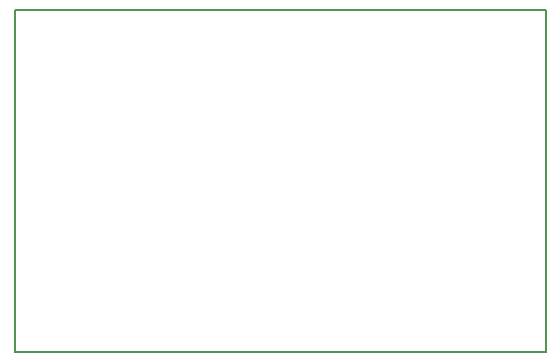
<source format=gbr>
%TF.GenerationSoftware,KiCad,Pcbnew,7.0.2*%
%TF.CreationDate,2023-10-13T05:00:03+05:00*%
%TF.ProjectId,IM100_Override,494d3130-305f-44f7-9665-72726964652e,V1.0*%
%TF.SameCoordinates,Original*%
%TF.FileFunction,Profile,NP*%
%FSLAX46Y46*%
G04 Gerber Fmt 4.6, Leading zero omitted, Abs format (unit mm)*
G04 Created by KiCad (PCBNEW 7.0.2) date 2023-10-13 05:00:03*
%MOMM*%
%LPD*%
G01*
G04 APERTURE LIST*
%TA.AperFunction,Profile*%
%ADD10C,0.200000*%
%TD*%
G04 APERTURE END LIST*
D10*
X100000000Y-80000000D02*
X145000000Y-80000000D01*
X145000000Y-109000000D01*
X100000000Y-109000000D01*
X100000000Y-80000000D01*
M02*

</source>
